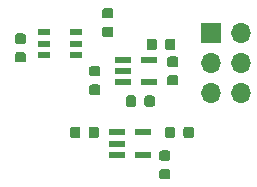
<source format=gbr>
G04 #@! TF.GenerationSoftware,KiCad,Pcbnew,5.99.0-unknown-4135f0c~100~ubuntu18.04.1*
G04 #@! TF.CreationDate,2019-10-31T11:44:12-04:00*
G04 #@! TF.ProjectId,psu,7073752e-6b69-4636-9164-5f7063625858,rev?*
G04 #@! TF.SameCoordinates,Original*
G04 #@! TF.FileFunction,Soldermask,Top*
G04 #@! TF.FilePolarity,Negative*
%FSLAX46Y46*%
G04 Gerber Fmt 4.6, Leading zero omitted, Abs format (unit mm)*
G04 Created by KiCad (PCBNEW 5.99.0-unknown-4135f0c~100~ubuntu18.04.1) date 2019-10-31 11:44:12*
%MOMM*%
%LPD*%
G04 APERTURE LIST*
%ADD10R,1.473200X0.558800*%
%ADD11R,1.041400X0.609600*%
%ADD12O,1.700000X1.700000*%
%ADD13R,1.700000X1.700000*%
G04 APERTURE END LIST*
D10*
X200884950Y-105899998D03*
X200884950Y-107800000D03*
X198649750Y-107800000D03*
X198649750Y-106849999D03*
X198649750Y-105899998D03*
D11*
X195200000Y-99350000D03*
X195200000Y-98399999D03*
X195200000Y-97449998D03*
X192500000Y-97449998D03*
X192500000Y-98399999D03*
X192500000Y-99350000D03*
D10*
X201417600Y-99762499D03*
X201417600Y-101662501D03*
X199182400Y-101662501D03*
X199182400Y-100712500D03*
X199182400Y-99762499D03*
G36*
X200164962Y-102791651D02*
G01*
X200235930Y-102839070D01*
X200283349Y-102910038D01*
X200300000Y-102993750D01*
X200300000Y-103506250D01*
X200283349Y-103589962D01*
X200235930Y-103660930D01*
X200164962Y-103708349D01*
X200081250Y-103725000D01*
X199643750Y-103725000D01*
X199560038Y-103708349D01*
X199489070Y-103660930D01*
X199441651Y-103589962D01*
X199425000Y-103506250D01*
X199425000Y-102993750D01*
X199441651Y-102910038D01*
X199489070Y-102839070D01*
X199560038Y-102791651D01*
X199643750Y-102775000D01*
X200081250Y-102775000D01*
X200164962Y-102791651D01*
G37*
G36*
X201739962Y-102791651D02*
G01*
X201810930Y-102839070D01*
X201858349Y-102910038D01*
X201875000Y-102993750D01*
X201875000Y-103506250D01*
X201858349Y-103589962D01*
X201810930Y-103660930D01*
X201739962Y-103708349D01*
X201656250Y-103725000D01*
X201218750Y-103725000D01*
X201135038Y-103708349D01*
X201064070Y-103660930D01*
X201016651Y-103589962D01*
X201000000Y-103506250D01*
X201000000Y-102993750D01*
X201016651Y-102910038D01*
X201064070Y-102839070D01*
X201135038Y-102791651D01*
X201218750Y-102775000D01*
X201656250Y-102775000D01*
X201739962Y-102791651D01*
G37*
G36*
X203739962Y-101066651D02*
G01*
X203810930Y-101114070D01*
X203858349Y-101185038D01*
X203875000Y-101268750D01*
X203875000Y-101706250D01*
X203858349Y-101789962D01*
X203810930Y-101860930D01*
X203739962Y-101908349D01*
X203656250Y-101925000D01*
X203143750Y-101925000D01*
X203060038Y-101908349D01*
X202989070Y-101860930D01*
X202941651Y-101789962D01*
X202925000Y-101706250D01*
X202925000Y-101268750D01*
X202941651Y-101185038D01*
X202989070Y-101114070D01*
X203060038Y-101066651D01*
X203143750Y-101050000D01*
X203656250Y-101050000D01*
X203739962Y-101066651D01*
G37*
G36*
X203739962Y-99491651D02*
G01*
X203810930Y-99539070D01*
X203858349Y-99610038D01*
X203875000Y-99693750D01*
X203875000Y-100131250D01*
X203858349Y-100214962D01*
X203810930Y-100285930D01*
X203739962Y-100333349D01*
X203656250Y-100350000D01*
X203143750Y-100350000D01*
X203060038Y-100333349D01*
X202989070Y-100285930D01*
X202941651Y-100214962D01*
X202925000Y-100131250D01*
X202925000Y-99693750D01*
X202941651Y-99610038D01*
X202989070Y-99539070D01*
X203060038Y-99491651D01*
X203143750Y-99475000D01*
X203656250Y-99475000D01*
X203739962Y-99491651D01*
G37*
G36*
X203057312Y-107441650D02*
G01*
X203128280Y-107489069D01*
X203175699Y-107560037D01*
X203192350Y-107643749D01*
X203192350Y-108081249D01*
X203175699Y-108164961D01*
X203128280Y-108235929D01*
X203057312Y-108283348D01*
X202973600Y-108299999D01*
X202461100Y-108299999D01*
X202377388Y-108283348D01*
X202306420Y-108235929D01*
X202259001Y-108164961D01*
X202242350Y-108081249D01*
X202242350Y-107643749D01*
X202259001Y-107560037D01*
X202306420Y-107489069D01*
X202377388Y-107441650D01*
X202461100Y-107424999D01*
X202973600Y-107424999D01*
X203057312Y-107441650D01*
G37*
G36*
X203057312Y-109016650D02*
G01*
X203128280Y-109064069D01*
X203175699Y-109135037D01*
X203192350Y-109218749D01*
X203192350Y-109656249D01*
X203175699Y-109739961D01*
X203128280Y-109810929D01*
X203057312Y-109858348D01*
X202973600Y-109874999D01*
X202461100Y-109874999D01*
X202377388Y-109858348D01*
X202306420Y-109810929D01*
X202259001Y-109739961D01*
X202242350Y-109656249D01*
X202242350Y-109218749D01*
X202259001Y-109135037D01*
X202306420Y-109064069D01*
X202377388Y-109016650D01*
X202461100Y-108999999D01*
X202973600Y-108999999D01*
X203057312Y-109016650D01*
G37*
G36*
X197139962Y-100291651D02*
G01*
X197210930Y-100339070D01*
X197258349Y-100410038D01*
X197275000Y-100493750D01*
X197275000Y-100931250D01*
X197258349Y-101014962D01*
X197210930Y-101085930D01*
X197139962Y-101133349D01*
X197056250Y-101150000D01*
X196543750Y-101150000D01*
X196460038Y-101133349D01*
X196389070Y-101085930D01*
X196341651Y-101014962D01*
X196325000Y-100931250D01*
X196325000Y-100493750D01*
X196341651Y-100410038D01*
X196389070Y-100339070D01*
X196460038Y-100291651D01*
X196543750Y-100275000D01*
X197056250Y-100275000D01*
X197139962Y-100291651D01*
G37*
G36*
X197139962Y-101866651D02*
G01*
X197210930Y-101914070D01*
X197258349Y-101985038D01*
X197275000Y-102068750D01*
X197275000Y-102506250D01*
X197258349Y-102589962D01*
X197210930Y-102660930D01*
X197139962Y-102708349D01*
X197056250Y-102725000D01*
X196543750Y-102725000D01*
X196460038Y-102708349D01*
X196389070Y-102660930D01*
X196341651Y-102589962D01*
X196325000Y-102506250D01*
X196325000Y-102068750D01*
X196341651Y-101985038D01*
X196389070Y-101914070D01*
X196460038Y-101866651D01*
X196543750Y-101850000D01*
X197056250Y-101850000D01*
X197139962Y-101866651D01*
G37*
G36*
X190839962Y-97541650D02*
G01*
X190910930Y-97589069D01*
X190958349Y-97660037D01*
X190975000Y-97743749D01*
X190975000Y-98181249D01*
X190958349Y-98264961D01*
X190910930Y-98335929D01*
X190839962Y-98383348D01*
X190756250Y-98399999D01*
X190243750Y-98399999D01*
X190160038Y-98383348D01*
X190089070Y-98335929D01*
X190041651Y-98264961D01*
X190025000Y-98181249D01*
X190025000Y-97743749D01*
X190041651Y-97660037D01*
X190089070Y-97589069D01*
X190160038Y-97541650D01*
X190243750Y-97524999D01*
X190756250Y-97524999D01*
X190839962Y-97541650D01*
G37*
G36*
X190839962Y-99116650D02*
G01*
X190910930Y-99164069D01*
X190958349Y-99235037D01*
X190975000Y-99318749D01*
X190975000Y-99756249D01*
X190958349Y-99839961D01*
X190910930Y-99910929D01*
X190839962Y-99958348D01*
X190756250Y-99974999D01*
X190243750Y-99974999D01*
X190160038Y-99958348D01*
X190089070Y-99910929D01*
X190041651Y-99839961D01*
X190025000Y-99756249D01*
X190025000Y-99318749D01*
X190041651Y-99235037D01*
X190089070Y-99164069D01*
X190160038Y-99116650D01*
X190243750Y-99099999D01*
X190756250Y-99099999D01*
X190839962Y-99116650D01*
G37*
G36*
X203489962Y-97991651D02*
G01*
X203560930Y-98039070D01*
X203608349Y-98110038D01*
X203625000Y-98193750D01*
X203625000Y-98706250D01*
X203608349Y-98789962D01*
X203560930Y-98860930D01*
X203489962Y-98908349D01*
X203406250Y-98925000D01*
X202968750Y-98925000D01*
X202885038Y-98908349D01*
X202814070Y-98860930D01*
X202766651Y-98789962D01*
X202750000Y-98706250D01*
X202750000Y-98193750D01*
X202766651Y-98110038D01*
X202814070Y-98039070D01*
X202885038Y-97991651D01*
X202968750Y-97975000D01*
X203406250Y-97975000D01*
X203489962Y-97991651D01*
G37*
G36*
X201914962Y-97991651D02*
G01*
X201985930Y-98039070D01*
X202033349Y-98110038D01*
X202050000Y-98193750D01*
X202050000Y-98706250D01*
X202033349Y-98789962D01*
X201985930Y-98860930D01*
X201914962Y-98908349D01*
X201831250Y-98925000D01*
X201393750Y-98925000D01*
X201310038Y-98908349D01*
X201239070Y-98860930D01*
X201191651Y-98789962D01*
X201175000Y-98706250D01*
X201175000Y-98193750D01*
X201191651Y-98110038D01*
X201239070Y-98039070D01*
X201310038Y-97991651D01*
X201393750Y-97975000D01*
X201831250Y-97975000D01*
X201914962Y-97991651D01*
G37*
G36*
X203464962Y-105441651D02*
G01*
X203535930Y-105489070D01*
X203583349Y-105560038D01*
X203600000Y-105643750D01*
X203600000Y-106156250D01*
X203583349Y-106239962D01*
X203535930Y-106310930D01*
X203464962Y-106358349D01*
X203381250Y-106375000D01*
X202943750Y-106375000D01*
X202860038Y-106358349D01*
X202789070Y-106310930D01*
X202741651Y-106239962D01*
X202725000Y-106156250D01*
X202725000Y-105643750D01*
X202741651Y-105560038D01*
X202789070Y-105489070D01*
X202860038Y-105441651D01*
X202943750Y-105425000D01*
X203381250Y-105425000D01*
X203464962Y-105441651D01*
G37*
G36*
X205039962Y-105441651D02*
G01*
X205110930Y-105489070D01*
X205158349Y-105560038D01*
X205175000Y-105643750D01*
X205175000Y-106156250D01*
X205158349Y-106239962D01*
X205110930Y-106310930D01*
X205039962Y-106358349D01*
X204956250Y-106375000D01*
X204518750Y-106375000D01*
X204435038Y-106358349D01*
X204364070Y-106310930D01*
X204316651Y-106239962D01*
X204300000Y-106156250D01*
X204300000Y-105643750D01*
X204316651Y-105560038D01*
X204364070Y-105489070D01*
X204435038Y-105441651D01*
X204518750Y-105425000D01*
X204956250Y-105425000D01*
X205039962Y-105441651D01*
G37*
G36*
X197007312Y-105441650D02*
G01*
X197078280Y-105489069D01*
X197125699Y-105560037D01*
X197142350Y-105643749D01*
X197142350Y-106156249D01*
X197125699Y-106239961D01*
X197078280Y-106310929D01*
X197007312Y-106358348D01*
X196923600Y-106374999D01*
X196486100Y-106374999D01*
X196402388Y-106358348D01*
X196331420Y-106310929D01*
X196284001Y-106239961D01*
X196267350Y-106156249D01*
X196267350Y-105643749D01*
X196284001Y-105560037D01*
X196331420Y-105489069D01*
X196402388Y-105441650D01*
X196486100Y-105424999D01*
X196923600Y-105424999D01*
X197007312Y-105441650D01*
G37*
G36*
X195432312Y-105441650D02*
G01*
X195503280Y-105489069D01*
X195550699Y-105560037D01*
X195567350Y-105643749D01*
X195567350Y-106156249D01*
X195550699Y-106239961D01*
X195503280Y-106310929D01*
X195432312Y-106358348D01*
X195348600Y-106374999D01*
X194911100Y-106374999D01*
X194827388Y-106358348D01*
X194756420Y-106310929D01*
X194709001Y-106239961D01*
X194692350Y-106156249D01*
X194692350Y-105643749D01*
X194709001Y-105560037D01*
X194756420Y-105489069D01*
X194827388Y-105441650D01*
X194911100Y-105424999D01*
X195348600Y-105424999D01*
X195432312Y-105441650D01*
G37*
G36*
X198239962Y-96966650D02*
G01*
X198310930Y-97014069D01*
X198358349Y-97085037D01*
X198375000Y-97168749D01*
X198375000Y-97606249D01*
X198358349Y-97689961D01*
X198310930Y-97760929D01*
X198239962Y-97808348D01*
X198156250Y-97824999D01*
X197643750Y-97824999D01*
X197560038Y-97808348D01*
X197489070Y-97760929D01*
X197441651Y-97689961D01*
X197425000Y-97606249D01*
X197425000Y-97168749D01*
X197441651Y-97085037D01*
X197489070Y-97014069D01*
X197560038Y-96966650D01*
X197643750Y-96949999D01*
X198156250Y-96949999D01*
X198239962Y-96966650D01*
G37*
G36*
X198239962Y-95391650D02*
G01*
X198310930Y-95439069D01*
X198358349Y-95510037D01*
X198375000Y-95593749D01*
X198375000Y-96031249D01*
X198358349Y-96114961D01*
X198310930Y-96185929D01*
X198239962Y-96233348D01*
X198156250Y-96249999D01*
X197643750Y-96249999D01*
X197560038Y-96233348D01*
X197489070Y-96185929D01*
X197441651Y-96114961D01*
X197425000Y-96031249D01*
X197425000Y-95593749D01*
X197441651Y-95510037D01*
X197489070Y-95439069D01*
X197560038Y-95391650D01*
X197643750Y-95374999D01*
X198156250Y-95374999D01*
X198239962Y-95391650D01*
G37*
D12*
X209140000Y-102580000D03*
X206600000Y-102580000D03*
X209140000Y-100040000D03*
X206600000Y-100040000D03*
X209140000Y-97500000D03*
D13*
X206600000Y-97500000D03*
M02*

</source>
